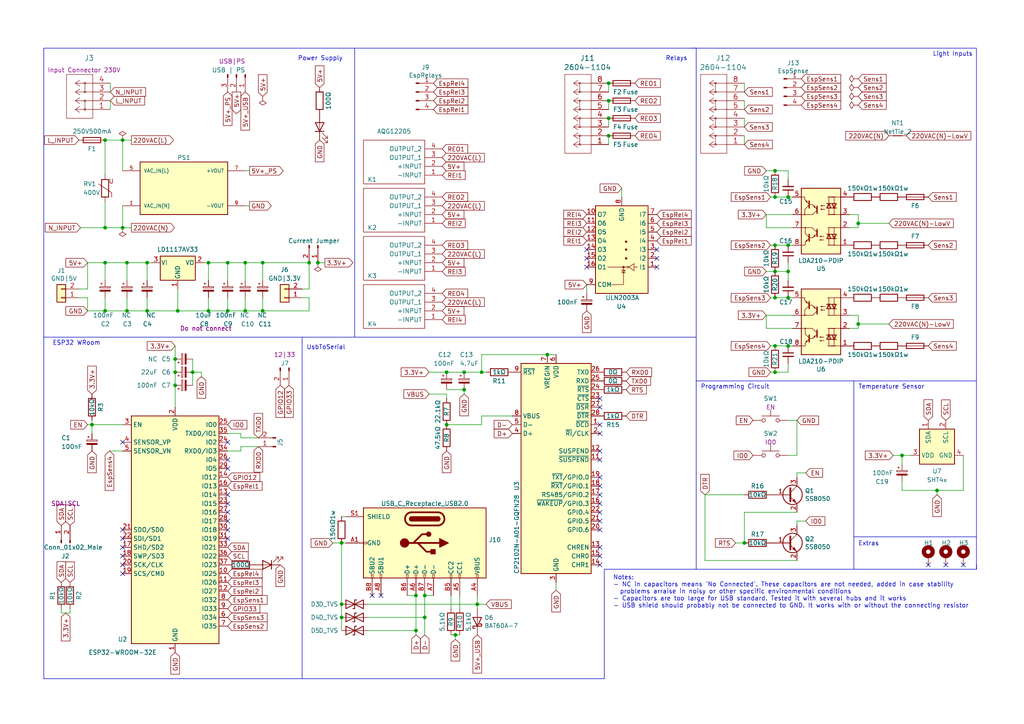
<source format=kicad_sch>
(kicad_sch (version 20230121) (generator eeschema)
  (paper "A4")
  (title_block (title "Home Assistant module for lights control") (date "2022-09-18") (rev "20220918.20"))
  (junction (at 224.79 78.74))
  (junction (at 228.6 57.15))
  (junction (at 26.67 123.19))
  (junction (at 224.79 49.53))
  (junction (at 228.6 78.74))
  (junction (at 55.88 107.95))
  (junction (at 99.06 157.48))
  (junction (at 99.06 175.26))
  (junction (at 224.79 71.12))
  (junction (at 30.48 76.2))
  (junction (at 248.92 93.98))
  (junction (at 248.92 64.77))
  (junction (at 60.452 90.17))
  (junction (at 36.83 90.17))
  (junction (at 134.62 107.95))
  (junction (at 176.53 29.21))
  (junction (at 134.62 113.03))
  (junction (at 51.562 90.17))
  (junction (at 139.7 107.95))
  (junction (at 138.43 175.26))
  (junction (at 50.8 111.76))
  (junction (at 30.48 66.04))
  (junction (at 50.8 104.14))
  (junction (at 271.78 142.24))
  (junction (at 92.202 76.2))
  (junction (at 60.452 76.2))
  (junction (at 36.83 76.2))
  (junction (at 71.12 76.2))
  (junction (at 123.19 179.07))
  (junction (at 123.19 172.72))
  (junction (at 66.04 90.17))
  (junction (at 224.79 100.33))
  (junction (at 158.75 102.87))
  (junction (at 176.53 34.29))
  (junction (at 99.06 179.07))
  (junction (at 176.53 24.13))
  (junction (at 71.12 90.17))
  (junction (at 35.56 66.04))
  (junction (at 176.53 39.37))
  (junction (at 224.79 57.15))
  (junction (at 224.79 86.36))
  (junction (at 132.08 184.15))
  (junction (at 35.56 40.64))
  (junction (at 129.54 107.95))
  (junction (at 129.54 123.19))
  (junction (at 224.79 107.95))
  (junction (at 30.48 90.17))
  (junction (at 120.65 182.88))
  (junction (at 76.2 76.2))
  (junction (at 261.62 132.08))
  (junction (at 228.6 71.12))
  (junction (at 42.672 76.2))
  (junction (at 89.662 76.2))
  (junction (at 42.672 90.17))
  (junction (at 66.04 76.2))
  (junction (at 30.48 40.64))
  (junction (at 228.6 100.33))
  (junction (at 120.65 172.72))
  (junction (at 228.6 86.36))
  (junction (at 76.2 90.17))
  (junction (at 215.9 157.48))
  (junction (at 50.8 107.95))
  (no_connect (at 35.56 153.67))
  (no_connect (at 66.04 148.59))
  (no_connect (at 173.99 118.11))
  (no_connect (at 35.56 161.29))
  (no_connect (at 173.99 115.57))
  (no_connect (at 173.99 163.83))
  (no_connect (at 66.04 143.51))
  (no_connect (at 170.18 74.93))
  (no_connect (at 279.4 163.83))
  (no_connect (at 173.99 148.59))
  (no_connect (at 173.99 161.29))
  (no_connect (at 173.99 138.43))
  (no_connect (at 170.18 72.39))
  (no_connect (at 66.04 133.35))
  (no_connect (at 173.99 151.13))
  (no_connect (at 35.56 156.21))
  (no_connect (at 173.99 153.67))
  (no_connect (at 66.04 146.05))
  (no_connect (at 274.32 163.83))
  (no_connect (at 173.99 123.19))
  (no_connect (at 173.99 146.05))
  (no_connect (at 170.18 77.47))
  (no_connect (at 35.56 163.83))
  (no_connect (at 173.99 143.51))
  (no_connect (at 35.56 166.37))
  (no_connect (at 35.56 158.75))
  (no_connect (at 173.99 125.73))
  (no_connect (at 66.04 151.13))
  (no_connect (at 173.99 158.75))
  (no_connect (at 173.99 140.97))
  (no_connect (at 190.5 77.47))
  (no_connect (at 66.04 135.89))
  (no_connect (at 190.5 72.39))
  (no_connect (at 35.56 128.27))
  (no_connect (at 173.99 133.35))
  (no_connect (at 269.24 163.83))
  (no_connect (at 66.04 153.67))
  (no_connect (at 66.04 128.27))
  (no_connect (at 107.95 172.72))
  (no_connect (at 110.49 172.72))
  (no_connect (at 173.99 130.81))
  (no_connect (at 66.04 156.21))
  (no_connect (at 190.5 74.93))
  (wire (pts (xy 231.14 121.92) (xy 231.14 132.08)))
  (wire (pts (xy 139.7 107.95) (xy 140.97 107.95)))
  (wire (pts (xy 55.88 107.95) (xy 55.88 111.76)))
  (wire (pts (xy 261.62 132.08) (xy 264.16 132.08)))
  (wire (pts (xy 259.08 132.08) (xy 261.62 132.08)))
  (wire (pts (xy 106.68 179.07) (xy 123.19 179.07)))
  (wire (pts (xy 279.4 132.08) (xy 279.4 142.24)))
  (wire (pts (xy 74.93 129.54) (xy 69.85 129.54)))
  (wire (pts (xy 233.68 151.13) (xy 231.14 151.13)))
  (wire (pts (xy 224.79 71.12) (xy 228.6 71.12)))
  (wire (pts (xy 66.04 86.36) (xy 66.04 90.17)))
  (wire (pts (xy 25.4 83.82) (xy 22.86 83.82)))
  (wire (pts (xy 25.4 76.2) (xy 25.4 83.82)))
  (wire (pts (xy 215.9 39.37) (xy 215.9 41.91)))
  (wire (pts (xy 248.92 93.98) (xy 248.92 95.25)))
  (wire (pts (xy 30.48 40.64) (xy 35.56 40.64)))
  (wire (pts (xy 228.6 132.08) (xy 231.14 132.08)))
  (wire (pts (xy 66.04 76.2) (xy 71.12 76.2)))
  (wire (pts (xy 32.004 31.75) (xy 32.004 29.21)))
  (wire (pts (xy 228.6 86.36) (xy 229.87 86.36)))
  (wire (pts (xy 26.67 123.19) (xy 26.67 125.73)))
  (polyline (pts (xy 283.21 13.97) (xy 283.21 104.14)))
  (wire (pts (xy 30.48 50.8) (xy 30.48 40.64)))
  (wire (pts (xy 161.29 168.91) (xy 161.29 171.196)))
  (wire (pts (xy 224.79 49.53) (xy 228.6 49.53)))
  (wire (pts (xy 118.11 172.72) (xy 120.65 172.72)))
  (wire (pts (xy 60.452 76.2) (xy 66.04 76.2)))
  (wire (pts (xy 106.68 175.26) (xy 138.43 175.26)))
  (wire (pts (xy 36.83 90.17) (xy 42.672 90.17)))
  (wire (pts (xy 66.04 125.73) (xy 69.85 125.73)))
  (wire (pts (xy 132.08 184.15) (xy 133.35 184.15)))
  (wire (pts (xy 248.92 64.77) (xy 257.81 64.77)))
  (wire (pts (xy 25.4 90.17) (xy 30.48 90.17)))
  (polyline (pts (xy 247.65 110.49) (xy 247.65 165.1)))
  (wire (pts (xy 36.83 76.2) (xy 36.83 81.28)))
  (wire (pts (xy 223.52 57.15) (xy 224.79 57.15)))
  (polyline (pts (xy 87.63 97.79) (xy 87.63 196.85)))
  (wire (pts (xy 124.46 114.3) (xy 129.54 114.3)))
  (wire (pts (xy 261.62 142.24) (xy 271.78 142.24)))
  (polyline (pts (xy 283.21 165.1) (xy 283.21 163.83)))
  (wire (pts (xy 96.52 157.48) (xy 99.06 157.48)))
  (wire (pts (xy 30.48 58.42) (xy 30.48 66.04)))
  (wire (pts (xy 224.79 78.74) (xy 228.6 78.74)))
  (wire (pts (xy 228.6 107.95) (xy 224.79 107.95)))
  (wire (pts (xy 228.6 76.2) (xy 228.6 78.74)))
  (wire (pts (xy 123.19 172.72) (xy 125.73 172.72)))
  (wire (pts (xy 99.06 149.86) (xy 100.33 149.86)))
  (wire (pts (xy 120.65 172.72) (xy 120.65 182.88)))
  (wire (pts (xy 248.92 62.23) (xy 248.92 64.77)))
  (polyline (pts (xy 201.93 165.1) (xy 201.93 13.97)))
  (wire (pts (xy 233.68 137.16) (xy 231.14 137.16)))
  (wire (pts (xy 223.52 107.95) (xy 224.79 107.95)))
  (wire (pts (xy 26.67 123.19) (xy 35.56 123.19)))
  (polyline (pts (xy 201.93 110.49) (xy 283.21 110.49)))
  (polyline (pts (xy 247.65 155.702) (xy 283.21 155.702)))
  (wire (pts (xy 132.08 184.15) (xy 132.08 185.42)))
  (wire (pts (xy 25.4 123.19) (xy 26.67 123.19)))
  (wire (pts (xy 71.12 76.2) (xy 71.12 81.28)))
  (wire (pts (xy 50.8 104.14) (xy 50.8 107.95)))
  (wire (pts (xy 25.4 86.36) (xy 25.4 90.17)))
  (wire (pts (xy 271.78 142.24) (xy 271.78 143.51)))
  (wire (pts (xy 30.48 90.17) (xy 36.83 90.17)))
  (wire (pts (xy 279.4 142.24) (xy 271.78 142.24)))
  (wire (pts (xy 129.54 123.19) (xy 139.7 123.19)))
  (wire (pts (xy 222.25 62.23) (xy 229.87 62.23)))
  (wire (pts (xy 139.7 102.87) (xy 139.7 107.95)))
  (wire (pts (xy 261.62 139.7) (xy 261.62 142.24)))
  (wire (pts (xy 76.2 76.2) (xy 76.2 81.28)))
  (wire (pts (xy 124.46 107.95) (xy 129.54 107.95)))
  (wire (pts (xy 123.19 179.07) (xy 123.19 184.15)))
  (wire (pts (xy 76.2 90.17) (xy 89.662 90.17)))
  (polyline (pts (xy 201.93 13.97) (xy 200.66 13.97)))
  (wire (pts (xy 139.7 120.65) (xy 148.59 120.65)))
  (wire (pts (xy 35.56 40.64) (xy 35.56 49.53)))
  (wire (pts (xy 130.81 184.15) (xy 132.08 184.15)))
  (wire (pts (xy 228.6 49.53) (xy 228.6 52.07)))
  (wire (pts (xy 248.92 66.04) (xy 246.38 66.04)))
  (wire (pts (xy 215.9 24.13) (xy 215.9 26.67)))
  (wire (pts (xy 134.62 107.95) (xy 139.7 107.95)))
  (wire (pts (xy 106.68 182.88) (xy 120.65 182.88)))
  (wire (pts (xy 42.672 76.2) (xy 43.942 76.2)))
  (wire (pts (xy 89.662 86.36) (xy 89.662 90.17)))
  (wire (pts (xy 99.06 157.48) (xy 99.06 175.26)))
  (wire (pts (xy 123.19 172.72) (xy 123.19 179.07)))
  (wire (pts (xy 76.2 86.36) (xy 76.2 90.17)))
  (wire (pts (xy 224.79 57.15) (xy 228.6 57.15)))
  (wire (pts (xy 204.47 143.51) (xy 215.9 143.51)))
  (wire (pts (xy 231.14 137.16) (xy 231.14 138.43)))
  (wire (pts (xy 36.83 76.2) (xy 42.672 76.2)))
  (wire (pts (xy 134.62 114.3) (xy 134.62 113.03)))
  (wire (pts (xy 222.25 49.53) (xy 224.79 49.53)))
  (wire (pts (xy 99.06 179.07) (xy 99.06 175.26)))
  (wire (pts (xy 231.14 151.13) (xy 231.14 152.4)))
  (wire (pts (xy 176.53 34.29) (xy 176.53 36.83)))
  (wire (pts (xy 176.53 24.13) (xy 176.53 26.67)))
  (wire (pts (xy 248.92 91.44) (xy 248.92 93.98)))
  (wire (pts (xy 42.672 86.36) (xy 42.672 90.17)))
  (wire (pts (xy 228.6 105.41) (xy 228.6 107.95)))
  (wire (pts (xy 51.562 90.17) (xy 60.452 90.17)))
  (wire (pts (xy 138.43 175.26) (xy 138.43 172.72)))
  (wire (pts (xy 223.52 71.12) (xy 224.79 71.12)))
  (wire (pts (xy 30.48 76.2) (xy 36.83 76.2)))
  (wire (pts (xy 55.88 107.95) (xy 58.42 107.95)))
  (wire (pts (xy 222.25 91.44) (xy 222.25 95.25)))
  (wire (pts (xy 30.48 76.2) (xy 30.48 81.28)))
  (wire (pts (xy 69.85 127) (xy 74.93 127)))
  (wire (pts (xy 71.12 49.53) (xy 72.39 49.53)))
  (wire (pts (xy 60.452 86.36) (xy 60.452 90.17)))
  (wire (pts (xy 89.662 83.82) (xy 89.662 76.2)))
  (polyline (pts (xy 12.7 196.85) (xy 175.26 196.85)))
  (wire (pts (xy 231.14 148.59) (xy 215.9 148.59)))
  (wire (pts (xy 248.92 95.25) (xy 246.38 95.25)))
  (wire (pts (xy 215.9 148.59) (xy 215.9 157.48)))
  (wire (pts (xy 228.6 78.74) (xy 228.6 81.28)))
  (wire (pts (xy 248.92 64.77) (xy 248.92 66.04)))
  (polyline (pts (xy 12.7 97.79) (xy 201.93 97.79)))
  (wire (pts (xy 69.85 129.54) (xy 69.85 130.81)))
  (wire (pts (xy 32.004 24.13) (xy 32.004 26.67)))
  (wire (pts (xy 138.43 176.53) (xy 138.43 175.26)))
  (wire (pts (xy 222.25 66.04) (xy 229.87 66.04)))
  (wire (pts (xy 222.25 78.74) (xy 224.79 78.74)))
  (wire (pts (xy 42.672 76.2) (xy 42.672 81.28)))
  (wire (pts (xy 133.35 172.72) (xy 133.35 176.53)))
  (wire (pts (xy 71.12 90.17) (xy 76.2 90.17)))
  (wire (pts (xy 257.81 93.98) (xy 248.92 93.98)))
  (wire (pts (xy 25.4 76.2) (xy 30.48 76.2)))
  (wire (pts (xy 170.18 82.55) (xy 170.18 85.09)))
  (wire (pts (xy 215.9 29.21) (xy 215.9 31.75)))
  (wire (pts (xy 31.75 130.81) (xy 35.56 130.81)))
  (wire (pts (xy 36.83 86.36) (xy 36.83 90.17)))
  (wire (pts (xy 42.672 90.17) (xy 51.562 90.17)))
  (wire (pts (xy 261.62 132.08) (xy 261.62 134.62)))
  (wire (pts (xy 66.04 90.17) (xy 71.12 90.17)))
  (wire (pts (xy 99.06 182.88) (xy 99.06 179.07)))
  (wire (pts (xy 87.63 86.36) (xy 89.662 86.36)))
  (wire (pts (xy 50.8 111.76) (xy 50.8 118.11)))
  (wire (pts (xy 158.75 102.87) (xy 139.7 102.87)))
  (polyline (pts (xy 12.7 13.97) (xy 12.7 196.85)))
  (wire (pts (xy 129.54 113.03) (xy 134.62 113.03)))
  (polyline (pts (xy 102.87 13.97) (xy 102.87 97.79)))
  (wire (pts (xy 222.25 91.44) (xy 229.87 91.44)))
  (wire (pts (xy 228.6 121.92) (xy 231.14 121.92)))
  (wire (pts (xy 69.85 130.81) (xy 66.04 130.81)))
  (wire (pts (xy 158.75 102.87) (xy 161.29 102.87)))
  (wire (pts (xy 228.6 100.33) (xy 229.87 100.33)))
  (wire (pts (xy 92.202 76.2) (xy 94.234 76.2)))
  (polyline (pts (xy 175.26 196.85) (xy 175.26 165.1)))
  (wire (pts (xy 35.56 40.64) (xy 38.1 40.64)))
  (wire (pts (xy 76.2 76.2) (xy 89.662 76.2)))
  (wire (pts (xy 17.78 177.8) (xy 20.32 177.8)))
  (wire (pts (xy 138.43 175.26) (xy 140.97 175.26)))
  (wire (pts (xy 223.52 86.36) (xy 224.79 86.36)))
  (wire (pts (xy 60.452 90.17) (xy 66.04 90.17)))
  (wire (pts (xy 17.78 176.53) (xy 17.78 177.8)))
  (wire (pts (xy 204.47 162.56) (xy 231.14 162.56)))
  (wire (pts (xy 71.12 86.36) (xy 71.12 90.17)))
  (wire (pts (xy 228.6 57.15) (xy 229.87 57.15)))
  (wire (pts (xy 60.452 76.2) (xy 60.452 81.28)))
  (polyline (pts (xy 283.21 104.14) (xy 283.21 165.1)))
  (wire (pts (xy 129.54 114.3) (xy 129.54 115.57)))
  (wire (pts (xy 50.8 107.95) (xy 50.8 111.76)))
  (wire (pts (xy 23.368 66.04) (xy 30.48 66.04)))
  (wire (pts (xy 35.56 66.04) (xy 38.1 66.04)))
  (wire (pts (xy 69.85 125.73) (xy 69.85 127)))
  (wire (pts (xy 26.67 121.92) (xy 26.67 123.19)))
  (wire (pts (xy 51.562 83.82) (xy 51.562 90.17)))
  (wire (pts (xy 176.53 39.37) (xy 176.53 41.91)))
  (wire (pts (xy 180.34 54.61) (xy 180.34 57.15)))
  (wire (pts (xy 129.54 107.95) (xy 134.62 107.95)))
  (wire (pts (xy 204.47 143.51) (xy 204.47 162.56)))
  (wire (pts (xy 71.12 59.69) (xy 72.39 59.69)))
  (wire (pts (xy 58.42 107.95) (xy 58.42 109.22)))
  (wire (pts (xy 224.79 86.36) (xy 228.6 86.36)))
  (wire (pts (xy 35.56 66.04) (xy 35.56 59.69)))
  (wire (pts (xy 50.8 100.33) (xy 50.8 104.14)))
  (wire (pts (xy 222.25 95.25) (xy 229.87 95.25)))
  (wire (pts (xy 55.88 104.14) (xy 55.88 107.95)))
  (wire (pts (xy 246.38 62.23) (xy 248.92 62.23)))
  (wire (pts (xy 66.04 76.2) (xy 66.04 81.28)))
  (wire (pts (xy 20.32 177.8) (xy 20.32 176.53)))
  (wire (pts (xy 87.63 83.82) (xy 89.662 83.82)))
  (wire (pts (xy 222.25 62.23) (xy 222.25 66.04)))
  (wire (pts (xy 120.65 182.88) (xy 120.65 184.15)))
  (wire (pts (xy 224.79 100.33) (xy 228.6 100.33)))
  (wire (pts (xy 213.36 157.48) (xy 215.9 157.48)))
  (wire (pts (xy 215.9 34.29) (xy 215.9 36.83)))
  (wire (pts (xy 71.12 76.2) (xy 76.2 76.2)))
  (wire (pts (xy 30.48 86.36) (xy 30.48 90.17)))
  (wire (pts (xy 228.6 71.12) (xy 229.87 71.12)))
  (polyline (pts (xy 12.7 13.97) (xy 283.21 13.97)))
  (wire (pts (xy 30.48 66.04) (xy 35.56 66.04)))
  (wire (pts (xy 176.53 29.21) (xy 176.53 31.75)))
  (wire (pts (xy 246.38 91.44) (xy 248.92 91.44)))
  (wire (pts (xy 99.06 157.48) (xy 100.33 157.48)))
  (wire (pts (xy 139.7 123.19) (xy 139.7 120.65)))
  (wire (pts (xy 60.452 76.2) (xy 59.182 76.2)))
  (wire (pts (xy 130.81 172.72) (xy 130.81 176.53)))
  (wire (pts (xy 22.86 86.36) (xy 25.4 86.36)))
  (wire (pts (xy 223.52 100.33) (xy 224.79 100.33)))
  (polyline (pts (xy 175.26 165.1) (xy 283.21 165.1)))
  (text "Programming Circuit" (at 203.2 113.03 0) (effects (font (size 1.27 1.27)) (justify left bottom)))
  (text "UsbToSerial" (at 88.9 101.6 0) (effects (font (size 1.27 1.27)) (justify left bottom)))
  (text "Relays" (at 193.04 17.78 0) (effects (font (size 1.27 1.27)) (justify left bottom)))
  (text "Temperature Sensor" (at 248.92 113.03 0) (effects (font (size 1.27 1.27)) (justify left bottom)))
  (text "Power Supply" (at 86.36 17.78 0) (effects (font (size 1.27 1.27)) (justify left bottom)))
  (text "Extras" (at 248.92 158.496 0) (effects (font (size 1.27 1.27)) (justify left bottom)))
  (text "ESP32 WRoom" (at 15.24 100.33 0) (effects (font (size 1.27 1.27)) (justify left bottom)))
  (text "Notes:\n- NC in capacitors means 'No Connected'. These capacitors are not needed, added in case stability \n  problems arraise in noisy or other specific environmental conditions\n- Capacitors are too large for USB standard. Tested it with several hubs and it works\n- USB shield should probably not be connected to GND. It works with or without the connecting resistor" (at 177.8 176.53 0) (effects (font (size 1.27 1.27)) (justify left bottom)))
  (text "Light Inputs" (at 270.51 16.51 0) (effects (font (size 1.27 1.27)) (justify left bottom)))
  (global_label "3.3V+" (shape input) (at 26.67 114.3 90) (property "Intersheetrefs" "${INTERSHEET_REFS}" (effects hide)))
  (global_label "GPIO12" (shape input) (at 66.04 138.43 0) (property "Intersheetrefs" "${INTERSHEET_REFS}" (effects hide)))
  (global_label "EspRel2" (shape input) (at 125.73 29.21 0) (property "Intersheetrefs" "${INTERSHEET_REFS}" (effects hide)))
  (global_label "REI1" (shape input) (at 170.18 69.85 180) (property "Intersheetrefs" "${INTERSHEET_REFS}" (effects hide)))
  (global_label "GND" (shape input) (at 223.52 107.95 180) (property "Intersheetrefs" "${INTERSHEET_REFS}" (effects hide)))
  (global_label "220VAC(L)" (shape output) (at 38.1 40.64 0) (property "Intersheetrefs" "${INTERSHEET_REFS}" (effects hide)))
  (global_label "EN" (shape input) (at 25.4 123.19 180) (property "Intersheetrefs" "${INTERSHEET_REFS}" (effects hide)))
  (global_label "5V+" (shape input) (at 128.27 62.23 0) (property "Intersheetrefs" "${INTERSHEET_REFS}" (effects hide)))
  (global_label "EN" (shape input) (at 233.68 137.16 0) (property "Intersheetrefs" "${INTERSHEET_REFS}" (effects hide)))
  (global_label "220VAC(L)" (shape input) (at 128.27 87.63 0) (property "Intersheetrefs" "${INTERSHEET_REFS}" (effects hide)))
  (global_label "Sens4" (shape input) (at 248.92 30.48 0) (property "Intersheetrefs" "${INTERSHEET_REFS}" (effects hide)))
  (global_label "EspSens3" (shape input) (at 223.52 86.36 180) (property "Intersheetrefs" "${INTERSHEET_REFS}" (effects hide)))
  (global_label "5V+" (shape input) (at 128.27 90.17 0) (property "Intersheetrefs" "${INTERSHEET_REFS}" (effects hide)))
  (global_label "REO1" (shape input) (at 184.15 24.13 0) (property "Intersheetrefs" "${INTERSHEET_REFS}" (effects hide)))
  (global_label "SDA" (shape input) (at 17.78 152.4 90) (property "Intersheetrefs" "${INTERSHEET_REFS}" (effects hide)))
  (global_label "RXD0" (shape input) (at 74.93 129.54 270) (property "Intersheetrefs" "${INTERSHEET_REFS}" (effects hide)))
  (global_label "GND" (shape input) (at 26.67 130.81 270) (property "Intersheetrefs" "${INTERSHEET_REFS}" (effects hide)))
  (global_label "5V+_PS" (shape output) (at 72.39 49.53 0) (property "Intersheetrefs" "${INTERSHEET_REFS}" (effects hide)))
  (global_label "REO4" (shape input) (at 128.27 85.09 0) (property "Intersheetrefs" "${INTERSHEET_REFS}" (effects hide)))
  (global_label "GND" (shape input) (at 271.78 143.51 270) (property "Intersheetrefs" "${INTERSHEET_REFS}" (effects hide)))
  (global_label "220VAC(N)-LowV" (shape input) (at 257.81 93.98 0) (property "Intersheetrefs" "${INTERSHEET_REFS}" (effects hide)))
  (global_label "RXD0" (shape input) (at 181.61 107.95 0) (property "Intersheetrefs" "${INTERSHEET_REFS}" (effects hide)))
  (global_label "REI2" (shape input) (at 170.18 67.31 180) (property "Intersheetrefs" "${INTERSHEET_REFS}" (effects hide)))
  (global_label "220VAC(N)-LowV" (shape input) (at 262.89 39.37 0) (property "Intersheetrefs" "${INTERSHEET_REFS}" (effects hide)))
  (global_label "VBUS" (shape input) (at 124.46 114.3 180) (property "Intersheetrefs" "${INTERSHEET_REFS}" (effects hide)))
  (global_label "EspRel1" (shape input) (at 190.5 69.85 0) (property "Intersheetrefs" "${INTERSHEET_REFS}" (effects hide)))
  (global_label "REO2" (shape input) (at 128.27 57.15 0) (property "Intersheetrefs" "${INTERSHEET_REFS}" (effects hide)))
  (global_label "SDA" (shape input) (at 269.24 121.92 90) (property "Intersheetrefs" "${INTERSHEET_REFS}" (effects hide)))
  (global_label "SDA" (shape input) (at 17.78 168.91 90) (property "Intersheetrefs" "${INTERSHEET_REFS}" (effects hide)))
  (global_label "VBUS" (shape input) (at 140.97 175.26 0) (property "Intersheetrefs" "${INTERSHEET_REFS}" (effects hide)))
  (global_label "3.3V+" (shape input) (at 124.46 107.95 180) (property "Intersheetrefs" "${INTERSHEET_REFS}" (effects hide)))
  (global_label "SDA" (shape input) (at 66.04 158.75 0) (property "Intersheetrefs" "${INTERSHEET_REFS}" (effects hide)))
  (global_label "EspSens3" (shape input) (at 232.41 27.94 0) (property "Intersheetrefs" "${INTERSHEET_REFS}" (effects hide)))
  (global_label "D+" (shape input) (at 120.65 184.15 270) (property "Intersheetrefs" "${INTERSHEET_REFS}" (effects hide)))
  (global_label "REO1" (shape input) (at 128.27 43.18 0) (property "Intersheetrefs" "${INTERSHEET_REFS}" (effects hide)))
  (global_label "220VAC(N)" (shape input) (at 257.81 39.37 180) (property "Intersheetrefs" "${INTERSHEET_REFS}" (effects hide)))
  (global_label "EspSens1" (shape input) (at 232.41 22.86 0) (property "Intersheetrefs" "${INTERSHEET_REFS}" (effects hide)))
  (global_label "GND" (shape input) (at 231.14 121.92 0) (property "Intersheetrefs" "${INTERSHEET_REFS}" (effects hide)))
  (global_label "IO0" (shape input) (at 66.04 123.19 0) (property "Intersheetrefs" "${INTERSHEET_REFS}" (effects hide)))
  (global_label "Sens3" (shape input) (at 215.9 36.83 0) (property "Intersheetrefs" "${INTERSHEET_REFS}" (effects hide)))
  (global_label "IO0" (shape input) (at 233.68 151.13 0) (property "Intersheetrefs" "${INTERSHEET_REFS}" (effects hide)))
  (global_label "3.3V+" (shape input) (at 259.08 132.08 180) (property "Intersheetrefs" "${INTERSHEET_REFS}" (effects hide)))
  (global_label "GND" (shape input) (at 81.28 163.83 270) (property "Intersheetrefs" "${INTERSHEET_REFS}" (effects hide)))
  (global_label "Sens1" (shape input) (at 215.9 26.67 0) (property "Intersheetrefs" "${INTERSHEET_REFS}" (effects hide)))
  (global_label "EspSens2" (shape input) (at 223.52 71.12 180) (property "Intersheetrefs" "${INTERSHEET_REFS}" (effects hide)))
  (global_label "5V+" (shape input) (at 25.4 76.2 180) (property "Intersheetrefs" "${INTERSHEET_REFS}" (effects hide)))
  (global_label "220VAC(L)" (shape input) (at 128.27 45.72 0) (property "Intersheetrefs" "${INTERSHEET_REFS}" (effects hide)))
  (global_label "GPIO12" (shape input) (at 81.28 111.76 270) (property "Intersheetrefs" "${INTERSHEET_REFS}" (effects hide)))
  (global_label "D+" (shape input) (at 148.59 125.73 180) (property "Intersheetrefs" "${INTERSHEET_REFS}" (effects hide)))
  (global_label "GND" (shape input) (at 132.08 185.42 270) (property "Intersheetrefs" "${INTERSHEET_REFS}" (effects hide)))
  (global_label "GND" (shape output) (at 72.39 59.69 0) (property "Intersheetrefs" "${INTERSHEET_REFS}" (effects hide)))
  (global_label "REI3" (shape input) (at 128.27 78.74 0) (property "Intersheetrefs" "${INTERSHEET_REFS}" (effects hide)))
  (global_label "TXD0" (shape input) (at 181.61 110.49 0) (property "Intersheetrefs" "${INTERSHEET_REFS}" (effects hide)))
  (global_label "GND" (shape input) (at 25.4 90.17 180) (property "Intersheetrefs" "${INTERSHEET_REFS}" (effects hide)))
  (global_label "L_INPUT" (shape input) (at 22.86 40.64 180) (property "Intersheetrefs" "${INTERSHEET_REFS}" (effects hide)))
  (global_label "GND" (shape input) (at 134.62 114.3 270) (property "Intersheetrefs" "${INTERSHEET_REFS}" (effects hide)))
  (global_label "5V+" (shape input) (at 92.71 25.4 90) (property "Intersheetrefs" "${INTERSHEET_REFS}" (effects hide)))
  (global_label "5V+" (shape input) (at 170.18 82.55 180) (property "Intersheetrefs" "${INTERSHEET_REFS}" (effects hide)))
  (global_label "5V+_USB" (shape input) (at 138.43 184.15 270) (property "Intersheetrefs" "${INTERSHEET_REFS}" (effects hide)))
  (global_label "EspRel4" (shape input) (at 190.5 62.23 0) (property "Intersheetrefs" "${INTERSHEET_REFS}" (effects hide)))
  (global_label "5V+" (shape input) (at 128.27 76.2 0) (property "Intersheetrefs" "${INTERSHEET_REFS}" (effects hide)))
  (global_label "3.3V+" (shape input) (at 222.25 62.23 180) (property "Intersheetrefs" "${INTERSHEET_REFS}" (effects hide)))
  (global_label "EspRel3" (shape input) (at 125.73 26.67 0) (property "Intersheetrefs" "${INTERSHEET_REFS}" (effects hide)))
  (global_label "EspRel4" (shape input) (at 66.04 166.37 0) (property "Intersheetrefs" "${INTERSHEET_REFS}" (effects hide)))
  (global_label "SCL" (shape input) (at 20.32 152.4 90) (property "Intersheetrefs" "${INTERSHEET_REFS}" (effects hide)))
  (global_label "GND" (shape input) (at 222.25 78.74 180) (property "Intersheetrefs" "${INTERSHEET_REFS}" (effects hide)))
  (global_label "Sens3" (shape input) (at 269.24 86.36 0) (property "Intersheetrefs" "${INTERSHEET_REFS}" (effects hide)))
  (global_label "GND" (shape input) (at 58.42 109.22 270) (property "Intersheetrefs" "${INTERSHEET_REFS}" (effects hide)))
  (global_label "L_INPUT" (shape input) (at 32.004 29.21 0) (property "Intersheetrefs" "${INTERSHEET_REFS}" (effects hide)))
  (global_label "REO2" (shape input) (at 184.15 29.21 0) (property "Intersheetrefs" "${INTERSHEET_REFS}" (effects hide)))
  (global_label "EspRel2" (shape input) (at 190.5 67.31 0) (property "Intersheetrefs" "${INTERSHEET_REFS}" (effects hide)))
  (global_label "IO0" (shape input) (at 218.44 132.08 180) (property "Intersheetrefs" "${INTERSHEET_REFS}" (effects hide)))
  (global_label "GND" (shape input) (at 180.34 54.61 180) (property "Intersheetrefs" "${INTERSHEET_REFS}" (effects hide)))
  (global_label "EspRel1" (shape input) (at 66.04 140.97 0) (property "Intersheetrefs" "${INTERSHEET_REFS}" (effects hide)))
  (global_label "EspSens1" (shape input) (at 223.52 57.15 180) (property "Intersheetrefs" "${INTERSHEET_REFS}" (effects hide)))
  (global_label "3.3V+" (shape output) (at 94.234 76.2 0) (property "Intersheetrefs" "${INTERSHEET_REFS}" (effects hide)))
  (global_label "REI3" (shape input) (at 170.18 64.77 180) (property "Intersheetrefs" "${INTERSHEET_REFS}" (effects hide)))
  (global_label "EspSens2" (shape input) (at 232.41 25.4 0) (property "Intersheetrefs" "${INTERSHEET_REFS}" (effects hide)))
  (global_label "SCL" (shape input) (at 20.32 168.91 90) (property "Intersheetrefs" "${INTERSHEET_REFS}" (effects hide)))
  (global_label "5V+_PS" (shape input) (at 66.04 26.67 270) (property "Intersheetrefs" "${INTERSHEET_REFS}" (effects hide)))
  (global_label "Sens4" (shape input) (at 215.9 41.91 0) (property "Intersheetrefs" "${INTERSHEET_REFS}" (effects hide)))
  (global_label "3.3V+" (shape input) (at 19.05 177.8 270) (property "Intersheetrefs" "${INTERSHEET_REFS}" (effects hide)))
  (global_label "3.3V+" (shape input) (at 50.8 100.33 180) (property "Intersheetrefs" "${INTERSHEET_REFS}" (effects hide)))
  (global_label "3.3V+" (shape input) (at 222.25 91.44 180) (property "Intersheetrefs" "${INTERSHEET_REFS}" (effects hide)))
  (global_label "220VAC(L)" (shape input) (at 128.27 59.69 0) (property "Intersheetrefs" "${INTERSHEET_REFS}" (effects hide)))
  (global_label "DTR" (shape input) (at 204.47 143.51 90) (property "Intersheetrefs" "${INTERSHEET_REFS}" (effects hide)))
  (global_label "5V+" (shape input) (at 76.2 27.94 90) (property "Intersheetrefs" "${INTERSHEET_REFS}" (effects hide)))
  (global_label "GND" (shape input) (at 92.71 40.64 270) (property "Intersheetrefs" "${INTERSHEET_REFS}" (effects hide)))
  (global_label "GPIO33" (shape input) (at 66.04 176.53 0) (property "Intersheetrefs" "${INTERSHEET_REFS}" (effects hide)))
  (global_label "EspRel3" (shape input) (at 190.5 64.77 0) (property "Intersheetrefs" "${INTERSHEET_REFS}" (effects hide)))
  (global_label "Sens1" (shape input) (at 269.24 57.15 0) (property "Intersheetrefs" "${INTERSHEET_REFS}" (effects hide)))
  (global_label "EN" (shape input) (at 218.44 121.92 180) (property "Intersheetrefs" "${INTERSHEET_REFS}" (effects hide)))
  (global_label "5V+" (shape input) (at 128.27 48.26 0) (property "Intersheetrefs" "${INTERSHEET_REFS}" (effects hide)))
  (global_label "REO4" (shape input) (at 184.15 39.37 0) (property "Intersheetrefs" "${INTERSHEET_REFS}" (effects hide)))
  (global_label "D-" (shape input) (at 148.59 123.19 180) (property "Intersheetrefs" "${INTERSHEET_REFS}" (effects hide)))
  (global_label "EspSens3" (shape input) (at 66.04 179.07 0) (property "Intersheetrefs" "${INTERSHEET_REFS}" (effects hide)))
  (global_label "REO3" (shape input) (at 184.15 34.29 0) (property "Intersheetrefs" "${INTERSHEET_REFS}" (effects hide)))
  (global_label "REI1" (shape input) (at 128.27 50.8 0) (property "Intersheetrefs" "${INTERSHEET_REFS}" (effects hide)))
  (global_label "5V+" (shape output) (at 68.58 26.67 270) (property "Intersheetrefs" "${INTERSHEET_REFS}" (effects hide)))
  (global_label "GND" (shape input) (at 222.25 49.53 180) (property "Intersheetrefs" "${INTERSHEET_REFS}" (effects hide)))
  (global_label "TXD0" (shape input) (at 74.93 127 90) (property "Intersheetrefs" "${INTERSHEET_REFS}" (effects hide)))
  (global_label "220VAC(N)" (shape output) (at 38.1 66.04 0) (property "Intersheetrefs" "${INTERSHEET_REFS}" (effects hide)))
  (global_label "RTS" (shape input) (at 181.61 113.03 0) (property "Intersheetrefs" "${INTERSHEET_REFS}" (effects hide)))
  (global_label "Sens2" (shape input) (at 215.9 31.75 0) (property "Intersheetrefs" "${INTERSHEET_REFS}" (effects hide)))
  (global_label "EspSens4" (shape input) (at 232.41 30.48 0) (property "Intersheetrefs" "${INTERSHEET_REFS}" (effects hide)))
  (global_label "Sens2" (shape input) (at 248.92 25.4 0) (property "Intersheetrefs" "${INTERSHEET_REFS}" (effects hide)))
  (global_label "D-" (shape input) (at 123.19 184.15 270) (property "Intersheetrefs" "${INTERSHEET_REFS}" (effects hide)))
  (global_label "Sens4" (shape input) (at 269.24 100.33 0) (property "Intersheetrefs" "${INTERSHEET_REFS}" (effects hide)))
  (global_label "N_INPUT" (shape input) (at 32.004 26.67 0) (property "Intersheetrefs" "${INTERSHEET_REFS}" (effects hide)))
  (global_label "GND" (shape input) (at 96.52 157.48 180) (property "Intersheetrefs" "${INTERSHEET_REFS}" (effects hide)))
  (global_label "REI2" (shape input) (at 128.27 64.77 0) (property "Intersheetrefs" "${INTERSHEET_REFS}" (effects hide)))
  (global_label "SCL" (shape input) (at 66.04 161.29 0) (property "Intersheetrefs" "${INTERSHEET_REFS}" (effects hide)))
  (global_label "REI4" (shape input) (at 170.18 62.23 180) (property "Intersheetrefs" "${INTERSHEET_REFS}" (effects hide)))
  (global_label "EspRel1" (shape input) (at 125.73 31.75 0) (property "Intersheetrefs" "${INTERSHEET_REFS}" (effects hide)))
  (global_label "GND" (shape input) (at 129.54 130.81 270) (property "Intersheetrefs" "${INTERSHEET_REFS}" (effects hide)))
  (global_label "GND" (shape input) (at 50.8 189.23 270) (property "Intersheetrefs" "${INTERSHEET_REFS}" (effects hide)))
  (global_label "5V+_USB" (shape input) (at 71.12 26.67 270) (property "Intersheetrefs" "${INTERSHEET_REFS}" (effects hide)))
  (global_label "EspRel2" (shape input) (at 66.04 171.45 0) (property "Intersheetrefs" "${INTERSHEET_REFS}" (effects hide)))
  (global_label "Sens3" (shape input) (at 248.92 27.94 0) (property "Intersheetrefs" "${INTERSHEET_REFS}" (effects hide)))
  (global_label "DTR" (shape input) (at 181.61 120.65 0) (property "Intersheetrefs" "${INTERSHEET_REFS}" (effects hide)))
  (global_label "GND" (shape input) (at 161.29 171.196 270) (property "Intersheetrefs" "${INTERSHEET_REFS}" (effects hide)))
  (global_label "220VAC(N)-LowV" (shape input) (at 257.81 64.77 0) (property "Intersheetrefs" "${INTERSHEET_REFS}" (effects hide)))
  (global_label "220VAC(L)" (shape input) (at 128.27 73.66 0) (property "Intersheetrefs" "${INTERSHEET_REFS}" (effects hide)))
  (global_label "EspSens4" (shape input) (at 31.75 130.81 270) (property "Intersheetrefs" "${INTERSHEET_REFS}" (effects hide)))
  (global_label "EspSens2" (shape input) (at 66.04 181.61 0) (property "Intersheetrefs" "${INTERSHEET_REFS}" (effects hide)))
  (global_label "N_INPUT" (shape input) (at 23.368 66.04 180) (property "Intersheetrefs" "${INTERSHEET_REFS}" (effects hide)))
  (global_label "EspRel3" (shape input) (at 66.04 168.91 0) (property "Intersheetrefs" "${INTERSHEET_REFS}" (effects hide)))
  (global_label "REI4" (shape input) (at 128.27 92.71 0) (property "Intersheetrefs" "${INTERSHEET_REFS}" (effects hide)))
  (global_label "GND" (shape input) (at 170.18 90.17 270) (property "Intersheetrefs" "${INTERSHEET_REFS}" (effects hide)))
  (global_label "EspSens1" (shape input) (at 66.04 173.99 0) (property "Intersheetrefs" "${INTERSHEET_REFS}" (effects hide)))
  (global_label "Sens2" (shape input) (at 269.24 71.12 0) (property "Intersheetrefs" "${INTERSHEET_REFS}" (effects hide)))
  (global_label "SCL" (shape input) (at 274.32 121.92 90) (property "Intersheetrefs" "${INTERSHEET_REFS}" (effects hide)))
  (global_label "RTS" (shape input) (at 213.36 157.48 180) (property "Intersheetrefs" "${INTERSHEET_REFS}" (effects hide)))
  (global_label "EspRel4" (shape input) (at 125.73 24.13 0) (property "Intersheetrefs" "${INTERSHEET_REFS}" (effects hide)))
  (global_label "REO3" (shape input) (at 128.27 71.12 0) (property "Intersheetrefs" "${INTERSHEET_REFS}" (effects hide)))
  (global_label "EspSens4" (shape input) (at 223.52 100.33 180) (property "Intersheetrefs" "${INTERSHEET_REFS}" (effects hide)))
  (global_label "GPIO33" (shape input) (at 83.82 111.76 270) (property "Intersheetrefs" "${INTERSHEET_REFS}" (effects hide)))
  (global_label "Sens1" (shape input) (at 248.92 22.86 0) (property "Intersheetrefs" "${INTERSHEET_REFS}" (effects hide)))
  (symbol (lib_id "power:PWR_FLAG") (at 248.92 30.48 90) (unit 1)
    (property "Reference" "#FLG08" (effects hide))
    (property "Value" "PWR_FLAG" (effects hide))
  )
  (symbol (lib_id "Device:R") (at 250.19 71.12 270) (unit 1)
    (property "Reference" "R23" (effects hide))
    (property "Value" "150kΩ1w" (at 250.19 73.66 90))
    (property "Footprint" "Resistor_SMD:R_2512_6332Metric_Pad1.40x3.35mm_HandSolder" (effects hide))
    (property "JLCPCB" "C25719" (effects hide))
  )
  (symbol (lib_id "power:PWR_FLAG") (at 248.92 27.94 90) (unit 1)
    (property "Reference" "#FLG07" (effects hide))
    (property "Value" "PWR_FLAG" (effects hide))
  )
  (symbol (lib_id "power:PWR_FLAG") (at 248.92 25.4 90) (unit 1)
    (property "Reference" "#FLG06" (effects hide))
    (property "Value" "PWR_FLAG" (effects hide))
  )
  (symbol (lib_id "power:PWR_FLAG") (at 248.92 22.86 90) (unit 1)
    (property "Reference" "#FLG05" (effects hide))
    (property "Value" "PWR_FLAG" (effects hide))
  )
  (symbol (lib_id "Transistor_Array:ULN2003A") (at 180.34 72.39 180) (unit 1)
    (property "Reference" "U4" (at 181.61 88.9 0) (effects (justify left)))
    (property "Value" "ULN2003A" (at 185.42 86.36 0) (effects (justify left)))
    (property "Footprint" "Package_SO:SOIC-16_3.9x9.9mm_P1.27mm" (effects hide))
    (property "Datasheet" "http://www.ti.com/lit/ds/symlink/uln2003a.pdf" (effects hide))
    (property "JLCPCB" "C7512" (effects hide))
  )
  (symbol (lib_id "Device:R") (at 250.19 57.15 270) (unit 1)
    (property "Reference" "R22" (effects hide))
    (property "Value" "150kΩ1w" (at 250.19 54.61 90))
    (property "Footprint" "Resistor_SMD:R_2512_6332Metric_Pad1.40x3.35mm_HandSolder" (effects hide))
    (property "JLCPCB" "C25719" (effects hide))
  )
  (symbol (lib_id "Device:Fuse") (at 26.67 40.64 90) (unit 1)
    (property "Reference" "F1" (at 26.67 43.18 90))
    (property "Value" "250V500mA" (at 26.67 38.1 90))
    (property "Footprint" "Fuse:Fuseholder_TR5_Littelfuse_No560_No460" (effects hide))
  )
  (symbol (lib_id "Device:Varistor") (at 30.48 54.61 180) (unit 1)
    (property "Reference" "RV1" (at 24.13 53.34 0) (effects (justify right)))
    (property "Value" "400V" (at 24.13 55.88 0) (effects (justify right)))
    (property "Footprint" "Varistor:RV_Disc_D12mm_W4.2mm_P7.5mm" (effects hide))
  )
  (symbol (lib_id "Regulator_Linear:LD1117S33TR_SOT223") (at 51.562 76.2 0) (unit 1)
    (property "Reference" "U1" (effects hide))
    (property "Value" "LD1117AV33" (at 51.562 72.3646 0))
    (property "Footprint" "Package_TO_SOT_THT:TO-220-3_Vertical" (effects hide))
    (property "Datasheet" "http://www.st.com/st-web-ui/static/active/en/resource/technical/document/datasheet/CD00000544.pdf" (effects hide))
  )
  (symbol (lib_id "Connector_Generic:Conn_01x02") (at 17.78 86.36 180) (unit 1)
    (property "Reference" "J1" (at 17.78 78.486 0))
    (property "Value" "GND|5V" (at 18.542 80.772 0))
    (property "Footprint" "Connector_JST:JST_XH_B2B-XH-A_1x02_P2.50mm_Vertical" (effects hide))
  )
  (symbol (lib_id "RAC05-05SK_277:RAC05-05SK{slash}277") (at 53.34 54.61 0) (unit 1)
    (property "Reference" "PS1" (at 53.34 45.72 0))
    (property "Value" "RAC05-05SK/277" (effects hide))
    (property "Footprint" "rac05-05sk:277" (effects hide))
    (property "STANDARD" "Manufacturer Recommendations" (effects hide))
    (property "MAXIMUM_PACKAGE_HEIGHT" "21.8mm" (effects hide))
    (property "MANUFACTURER" "RECOM" (effects hide))
    (property "PARTREV" "N/A" (effects hide))
  )
  (symbol (lib_id "Device:C_Polarized_Small") (at 60.452 83.82 0) (unit 1)
    (property "Reference" "C8" (at 57.912 93.98 0) (effects (justify left)))
    (property "Value" "10uF" (at 56.642 91.44 0) (effects (justify left)))
    (property "Footprint" "Capacitor_THT:CP_Radial_D6.3mm_P2.50mm" (effects hide))
    (property "Field4" "Do not connect" (at 59.69 95.25 0))
  )
  (symbol (lib_id "Connector_Generic:Conn_01x02") (at 82.55 86.36 180) (unit 1)
    (property "Reference" "J6" (at 82.55 78.232 0))
    (property "Value" "GND|3.3V" (at 82.55 80.772 0))
    (property "Footprint" "Connector_JST:JST_XH_B2B-XH-A_1x02_P2.50mm_Vertical" (effects hide))
  )
  (symbol (lib_id "Connector:Conn_01x02_Male") (at 92.202 71.12 270) (unit 1)
    (property "Reference" "J8" (effects hide))
    (property "Value" "Current Jumper" (at 98.552 69.85 90) (effects (justify right)))
    (property "Footprint" "Connector_PinHeader_2.54mm:PinHeader_1x02_P2.54mm_Vertical" (effects hide))
  )
  (symbol (lib_id "Device:R") (at 257.81 71.12 270) (unit 1)
    (property "Reference" "R27" (effects hide))
    (property "Value" "150kΩ1w" (at 259.08 73.66 90))
    (property "Footprint" "Resistor_SMD:R_2512_6332Metric_Pad1.40x3.35mm_HandSolder" (effects hide))
    (property "JLCPCB" "C25719" (effects hide))
  )
  (symbol (lib_id "Device:R") (at 257.81 57.15 270) (unit 1)
    (property "Reference" "R26" (effects hide))
    (property "Value" "150kΩ1w" (at 259.08 54.61 90))
    (property "Footprint" "Resistor_SMD:R_2512_6332Metric_Pad1.40x3.35mm_HandSolder" (effects hide))
    (property "JLCPCB" "C25719" (effects hide))
  )
  (symbol (lib_id "Device:C_Polarized_Small") (at 42.672 83.82 0) (unit 1)
    (property "Reference" "C4" (at 41.402 93.98 0) (effects (justify left)))
    (property "Value" "NC" (at 45.212 91.44 0) (effects (justify right)))
    (property "Footprint" "Capacitor_SMD:C_0805_2012Metric_Pad1.18x1.45mm_HandSolder" (effects hide))
    (property "Datasheet" "https://www.distrelec.ch/en/ceramic-capacitor-100nf-50vdc-0805-rnd-components-rnd-1500805b104j500nt/p/30086635?q=smd+capacitor+&pos=5&origPos=990&origPageSize=50&track=true" (effects hide))
  )
  (symbol (lib_id "Device:C_Polarized_Small") (at 170.18 87.63 0) (unit 1)
    (property "Reference" "C14" (effects hide))
    (property "Value" "100nF" (at 167.64 87.63 0) (effects (justify right)))
    (property "Footprint" "Capacitor_SMD:C_0603_1608Metric_Pad1.08x0.95mm_HandSolder" (effects hide))
    (property "Datasheet" "https://www.distrelec.ch/en/ceramic-capacitor-100nf-50vdc-0805-rnd-components-rnd-1500805b104j500nt/p/30086635?q=smd+capacitor+&pos=5&origPos=990&origPageSize=50&track=true" (effects hide))
    (property "JLCPCB" "C14663" (effects hide))
  )
  (symbol (lib_id "wago-2604-1104:2604-1104") (at 205.74 31.75 180) (unit 1)
    (property "Reference" "J12" (at 209.7532 16.8402 0) (effects (font (size 1.524 1.524))))
    (property "Value" "2604-1104" (at 209.7532 19.5326 0) (effects (font (size 1.524 1.524))))
    (property "Footprint" "wago-2604-1104:big_pads_2604-1104" (effects hide))
  )
  (symbol (lib_id "wago-2604-1104:2604-1104") (at 166.37 31.75 180) (unit 1)
    (property "Reference" "J11" (at 170.3832 16.8402 0) (effects (font (size 1.524 1.524))))
    (property "Value" "2604-1104" (at 170.3832 19.5326 0) (effects (font (size 1.524 1.524))))
    (property "Footprint" "wago-2604-1104:big_pads_2604-1104" (effects hide))
  )
  (symbol (lib_id "power:PWR_FLAG") (at 35.56 66.04 180) (unit 1)
    (property "Reference" "#FLG02" (effects hide))
    (property "Value" "PWR_FLAG" (effects hide))
  )
  (symbol (lib_id "wago-2604-1102:2604-1102") (at 21.844 26.67 180) (unit 1)
    (property "Reference" "J3" (at 25.8572 16.8402 0) (effects (font (size 1.524 1.524))))
    (property "Value" "2604-1102" (effects hide))
    (property "Footprint" "wago-2604-1102:big_pads_2604-1102" (effects hide))
    (property "Text" "Input Connector 230V" (at 24.384 20.32 0))
  )
  (symbol (lib_id "power:PWR_FLAG") (at 35.56 40.64 0) (unit 1)
    (property "Reference" "#FLG01" (effects hide))
    (property "Value" "PWR_FLAG" (effects hide))
  )
  (symbol (lib_id "power:PWR_FLAG") (at 92.202 76.2 180) (unit 1)
    (property "Reference" "#FLG04" (effects hide))
    (property "Value" "PWR_FLAG" (effects hide))
  )
  (symbol (lib_id "Device:R") (at 92.71 29.21 180) (unit 1)
    (property "Reference" "R5" (effects hide))
    (property "Value" "100Ω" (at 95.25 29.21 90))
    (property "Footprint" "Resistor_SMD:R_0805_2012Metric_Pad1.20x1.40mm_HandSolder" (effects hide))
    (property "Datasheet" "https://www.distrelec.ch/en/high-power-thick-film-smd-resistor-0805-150ohm-330mw-rnd-components-rnd-155hp05w3f1500t5e/p/30111774?q=*&pos=2&origPos=1787&origPageSize=50&track=true" (effects hide))
    (property "JLCPCB" "C17408" (effects hide))
  )
  (symbol (lib_id "Device:C_Polarized_Small") (at 66.04 83.82 0) (unit 1)
    (property "Reference" "C9" (at 64.77 93.98 0) (effects (justify left)))
    (property "Value" "100nF" (at 68.58 91.44 0) (effects (justify right)))
    (property "Footprint" "Capacitor_SMD:C_0603_1608Metric_Pad1.08x0.95mm_HandSolder" (effects hide))
    (property "Datasheet" "https://www.distrelec.ch/en/ceramic-capacitor-100nf-50vdc-0805-rnd-components-rnd-1500805b104j500nt/p/30086635?q=smd+capacitor+&pos=5&origPos=990&origPageSize=50&track=true" (effects hide))
    (property "JLCPCB" "C14663" (effects hide))
  )
  (symbol (lib_id "Device:LED") (at 92.71 36.83 90) (unit 1)
    (property "Reference" "D2" (effects hide))
    (property "Value" "LED" (effects hide))
    (property "Footprint" "LED_SMD:LED_0805_2012Metric_Pad1.15x1.40mm_HandSolder" (effects hide))
    (property "Datasheet" "https://www.distrelec.ch/en/smd-led-green-575nm-20ma-2v-140-everlight-electronics-17-21sygc-s530-e1-tr8/p/17531205?q=*&pos=9&origPos=371&origPageSize=50&track=true" (effects hide))
    (property "JLCPCB" "C2297" (effects hide))
  )
  (symbol (lib_id "Mechanical:MountingHole_Pad") (at 269.24 161.29 0) (unit 1)
    (property "Reference" "H1" (at 267.97 157.48 0) (effects (justify left)))
    (property "Value" "MountingHole_Pad" (effects hide))
    (property "Footprint" "MountingHole:MountingHole_3.2mm_M3_ISO14580_Pad" (effects hide))
  )
  (symbol (lib_id "Mechanical:MountingHole_Pad") (at 274.32 161.29 0) (unit 1)
    (property "Reference" "H2" (at 273.05 157.48 0) (effects (justify left)))
    (property "Value" "MountingHole_Pad" (effects hide))
    (property "Footprint" "MountingHole:MountingHole_3.2mm_M3_ISO14580_Pad" (effects hide))
  )
  (symbol (lib_id "Device:C_Polarized_Small") (at 129.54 110.49 0) (unit 1)
    (property "Reference" "C12" (at 127 102.87 0) (effects (justify left)))
    (property "Value" "100nF" (at 125.73 105.41 0) (effects (justify left)))
    (property "Footprint" "Capacitor_SMD:C_0603_1608Metric_Pad1.08x0.95mm_HandSolder" (effects hide))
    (property "JLCPCB" "C14663" (effects hide))
  )
  (symbol (lib_id "Device:R") (at 177.8 120.65 270) (unit 1)
    (property "Reference" "R15" (at 177.8 123.19 90))
    (property "Value" "1kΩ" (at 177.8 120.65 90))
    (property "Footprint" "Resistor_SMD:R_0603_1608Metric_Pad0.98x0.95mm_HandSolder" (effects hide))
    (property "JLCPCB" "C25585" (effects hide))
  )
  (symbol (lib_id "Device:D_TVS") (at 102.87 182.88 180) (unit 1)
    (property "Reference" "D5" (at 91.44 182.88 0))
    (property "Value" "D_TVS" (at 95.25 182.88 0))
    (property "Footprint" "Diode_SMD:D_SOD-523" (effects hide))
    (property "JLCPCB" "C383211" (effects hide))
  )
  (symbol (lib_id "Device:D_TVS") (at 102.87 179.07 180) (unit 1)
    (property "Reference" "D4" (at 91.44 179.07 0))
    (property "Value" "D_TVS" (at 95.25 179.07 0))
    (property "Footprint" "Diode_SMD:D_SOD-523" (effects hide))
    (property "JLCPCB" "C383211" (effects hide))
  )
  (symbol (lib_id "Device:D_TVS") (at 102.87 175.26 180) (unit 1)
    (property "Reference" "D3" (at 91.44 175.26 0))
    (property "Value" "D_TVS" (at 95.25 175.26 0))
    (property "Footprint" "Diode_SMD:D_SOD-523" (effects hide))
    (property "JLCPCB" "C383211" (effects hide))
  )
  (symbol (lib_id "Diode:BAT60A") (at 138.43 180.34 90) (unit 1)
    (property "Reference" "D6" (at 140.462 179.1716 90) (effects (justify right)))
    (property "Value" "BAT60A-7" (at 140.462 181.483 90) (effects (justify right)))
    (property "Footprint" "Diode_SMD:D_SOD-323" (effects hide))
    (property "Datasheet" "https://www.infineon.com/dgdl/Infineon-BAT60ASERIES-DS-v01_01-en.pdf?fileId=db3a304313d846880113def70c9304a9" (effects hide))
    (property "JLCPCB" "C124187" (effects hide))
  )
  (symbol (lib_id "Switch:SW_Push") (at 223.52 121.92 0) (unit 1)
    (property "Reference" "SW1" (at 223.52 115.57 0))
    (property "Value" "Switch" (effects hide))
    (property "Footprint" "Button_Switch_SMD:SW_SPST_SKQG_WithStem" (effects hide))
    (property "JLCPCB" "C318884" (effects hide))
    (property "Label" "EN" (at 223.52 118.11 0))
  )
  (symbol (lib_id "Switch:SW_Push") (at 223.52 132.08 0) (unit 1)
    (property "Reference" "SW2" (at 223.52 125.73 0))
    (property "Value" "Switch" (effects hide))
    (property "Footprint" "Button_Switch_SMD:SW_SPST_SKQG_WithStem" (effects hide))
    (property "JLCPCB" "C318884" (effects hide))
    (property "Label" "IO0" (at 223.52 128.27 0))
  )
  (symbol (lib_id "Device:Q_NPN_BEC") (at 228.6 143.51 0) (unit 1)
    (property "Reference" "Q1" (at 233.426 142.3416 0) (effects (justify left)))
    (property "Value" "SS8050" (at 233.426 144.653 0) (effects (justify left)))
    (property "Footprint" "Package_TO_SOT_SMD:SOT-23" (effects hide))
    (property "Datasheet" "http://www.onsemi.com/pub_link/Collateral/2N2219-D.PDF" (effects hide))
    (property "JLCPCB" "C177739" (effects hide))
  )
  (symbol (lib_id "Device:R") (at 219.71 157.48 270) (unit 1)
    (property "Reference" "R17" (at 219.71 154.94 90))
    (property "Value" "10kΩ" (at 219.71 157.48 90))
    (property "Footprint" "Resistor_SMD:R_0603_1608Metric_Pad0.98x0.95mm_HandSolder" (effects hide))
    (property "Datasheet" "0603WAF1002T5E" (effects hide))
    (property "JLCPCB" "C25804" (effects hide))
  )
  (symbol (lib_id "Device:R") (at 219.71 143.51 270) (unit 1)
    (property "Reference" "R16" (at 219.71 140.97 90))
    (property "Value" "10kΩ" (at 219.71 143.51 90))
    (property "Footprint" "Resistor_SMD:R_0603_1608Metric_Pad0.98x0.95mm_HandSolder" (effects hide))
    (property "Datasheet" "0603WAF1002T5E" (effects hide))
    (property "JLCPCB" "C25804" (effects hide))
  )
  (symbol (lib_id "Device:R") (at 26.67 118.11 180) (unit 1)
    (property "Reference" "R3" (at 29.21 118.11 90))
    (property "Value" "10kΩ" (at 26.67 118.11 90))
    (property "Footprint" "Resistor_SMD:R_0603_1608Metric_Pad0.98x0.95mm_HandSolder" (effects hide))
    (property "Datasheet" "0603WAF1002T5E" (effects hide))
    (property "JLCPCB" "C25804" (effects hide))
  )
  (symbol (lib_id "Device:C_Polarized_Small") (at 26.67 128.27 0) (unit 1)
    (property "Reference" "C1" (at 17.78 127 0) (effects (justify left)))
    (property "Value" "100nF" (at 17.78 129.54 0) (effects (justify left)))
    (property "Footprint" "Capacitor_SMD:C_0603_1608Metric_Pad1.08x0.95mm_HandSolder" (effects hide))
    (property "JLCPCB" "C14663" (effects hide))
  )
  (symbol (lib_id "Device:C_Polarized_Small") (at 53.34 104.14 90) (unit 1)
    (property "Reference" "C5" (at 49.53 104.14 90) (effects (justify left)))
    (property "Value" "NC" (at 45.72 104.14 90) (effects (justify left)))
    (property "Footprint" "Capacitor_SMD:C_0603_1608Metric_Pad1.08x0.95mm_HandSolder" (effects hide))
    (property "Datasheet" "CL10A226MQ8NRNC" (effects hide))
  )
  (symbol (lib_id "Device:C_Polarized_Small") (at 53.34 111.76 90) (unit 1)
    (property "Reference" "C7" (at 49.53 111.76 90) (effects (justify left)))
    (property "Value" "100nF" (at 45.72 111.76 90) (effects (justify left)))
    (property "Footprint" "Capacitor_SMD:C_0603_1608Metric_Pad1.08x0.95mm_HandSolder" (effects hide))
    (property "JLCPCB" "C14663" (effects hide))
  )
  (symbol (lib_id "RF_Module:ESP32-WROOM-32D") (at 50.8 153.67 0) (unit 1)
    (property "Reference" "U2" (at 35.56 185.42 0))
    (property "Value" "ESP32-WROOM-32E" (at 35.56 189.23 0))
    (property "Footprint" "RF_Module:ESP32-WROOM-32" (effects hide))
    (property "Datasheet" "https://www.espressif.com/sites/default/files/documentation/esp32-wroom-32d_esp32-wroom-32u_datasheet_en.pdf" (effects hide))
    (property "JLCPCB" "C701343" (effects hide))
  )
  (symbol (lib_id "LDA210-PDIP:LDA210-PDIP") (at 238.76 66.04 180) (unit 1)
    (property "Reference" "U5" (at 238.125 77.9018 0))
    (property "Value" "LDA210-PDIP" (at 238.125 75.5904 0))
    (property "Footprint" "Package_DIP:DIP-8_W7.62mm_Socket_LongPads" (effects hide))
    (property "Datasheet" "http://optoelectronics.liteon.com/upload/download/DS70-2001-006/S_110_LTV-355T%2020140520.pdf" (effects hide))
  )
  (symbol (lib_id "Device:C_Polarized_Small") (at 134.62 110.49 0) (unit 1)
    (property "Reference" "C13" (at 133.35 102.87 0) (effects (justify left)))
    (property "Value" "4.7uF" (at 133.35 105.41 0) (effects (justify left)))
    (property "Footprint" "Capacitor_SMD:C_0603_1608Metric_Pad1.08x0.95mm_HandSolder" (effects hide))
    (property "JLCPCB" "C19666" (effects hide))
  )
  (symbol (lib_id "Device:R") (at 129.54 127 0) (unit 1)
    (property "Reference" "R8" (at 129.54 127 90))
    (property "Value" "47.5kΩ" (at 127 127 90))
    (property "Footprint" "Resistor_SMD:R_0603_1608Metric_Pad0.98x0.95mm_HandSolder" (effects hide))
    (property "JLCPCB" "C23061" (effects hide))
  )
  (symbol (lib_id "Device:R") (at 129.54 119.38 0) (unit 1)
    (property "Reference" "R7" (at 129.54 119.38 90))
    (property "Value" "22.1kΩ" (at 127 119.38 90))
    (property "Footprint" "Resistor_SMD:R_0603_1608Metric_Pad0.98x0.95mm_HandSolder" (effects hide))
    (property "JLCPCB" "C25961" (effects hide))
  )
  (symbol (lib_id "Device:R") (at 144.78 107.95 270) (unit 1)
    (property "Reference" "R11" (at 144.78 110.49 90))
    (property "Value" "1kΩ" (at 144.78 107.95 90))
    (property "Footprint" "Resistor_SMD:R_0603_1608Metric_Pad0.98x0.95mm_HandSolder" (effects hide))
    (property "JLCPCB" "C25585" (effects hide))
  )
  (symbol (lib_id "Device:R") (at 250.19 86.36 270) (unit 1)
    (property "Reference" "R24" (effects hide))
    (property "Value" "150kΩ1w" (at 250.19 83.82 90))
    (property "Footprint" "Resistor_SMD:R_2512_6332Metric_Pad1.40x3.35mm_HandSolder" (effects hide))
    (property "JLCPCB" "C25719" (effects hide))
  )
  (symbol (lib_id "Device:R") (at 250.19 100.33 270) (unit 1)
    (property "Reference" "R25" (effects hide))
    (property "Value" "150kΩ1w" (at 250.19 102.87 90))
    (property "Footprint" "Resistor_SMD:R_2512_6332Metric_Pad1.40x3.35mm_HandSolder" (effects hide))
    (property "JLCPCB" "C25719" (effects hide))
  )
  (symbol (lib_id "Device:R") (at 257.81 100.33 270) (unit 1)
    (property "Reference" "R29" (effects hide))
    (property "Value" "150kΩ1w" (at 259.08 102.87 90))
    (property "Footprint" "Resistor_SMD:R_2512_6332Metric_Pad1.40x3.35mm_HandSolder" (effects hide))
    (property "JLCPCB" "C25719" (effects hide))
  )
  (symbol (lib_id "Device:R") (at 257.81 86.36 270) (unit 1)
    (property "Reference" "R28" (effects hide))
    (property "Value" "150kΩ1w" (at 259.08 83.82 90))
    (property "Footprint" "Resistor_SMD:R_2512_6332Metric_Pad1.40x3.35mm_HandSolder" (effects hide))
    (property "JLCPCB" "C25719" (effects hide))
  )
  (symbol (lib_id "LDA210-PDIP:LDA210-PDIP") (at 238.76 95.25 180) (unit 1)
    (property "Reference" "U6" (at 238.125 107.1118 0))
    (property "Value" "LDA210-PDIP" (at 238.125 104.8004 0))
    (property "Footprint" "Package_DIP:DIP-8_W7.62mm_Socket_LongPads" (effects hide))
    (property "Datasheet" "http://optoelectronics.liteon.com/upload/download/DS70-2001-006/S_110_LTV-355T%2020140520.pdf" (effects hide))
  )
  (symbol (lib_id "Connector:Conn_01x04_Male") (at 227.33 25.4 0) (unit 1)
    (property "Reference" "J13" (at 230.0732 18.2626 0))
    (property "Value" "EspSense" (at 230.0732 20.574 0))
    (property "Footprint" "Connector_PinSocket_2.54mm:PinSocket_1x04_P2.54mm_Vertical" (effects hide))
  )
  (symbol (lib_id "Connector:Conn_01x02_Male") (at 80.01 129.54 180) (unit 1)
    (property "Reference" "J5" (at 81.28 129.54 90) (effects (justify right)))
    (property "Value" "Conn_01x02_Male" (effects hide))
    (property "Footprint" "Connector_PinHeader_2.54mm:PinHeader_1x02_P2.54mm_Vertical" (effects hide))
    (property "Field4" "Rx | Tx" (effects hide))
  )
  (symbol (lib_id "Interface_USB:CP2102N-Axx-xQFN28") (at 161.29 135.89 0) (unit 1)
    (property "Reference" "U3" (at 149.86 140.97 90))
    (property "Value" "CP2102N-A01-GQFN28" (at 149.86 154.94 90))
    (property "Footprint" "Package_DFN_QFN:QFN-28-1EP_5x5mm_P0.5mm_EP3.35x3.35mm" (effects hide))
    (property "Datasheet" "https://www.silabs.com/documents/public/data-sheets/cp2102n-datasheet.pdf" (effects hide))
    (property "JLCPCB" "C964632" (effects hide))
  )
  (symbol (lib_id "Device:R") (at 177.8 113.03 270) (unit 1)
    (property "Reference" "R14" (effects hide))
    (property "Value" "1kΩ" (at 177.8 113.03 90))
    (property "Footprint" "Resistor_SMD:R_1206_3216Metric_Pad1.30x1.75mm_HandSolder" (effects hide))
    (property "JLCPCB" "C4410" (effects hide))
  )
  (symbol (lib_id "Device:R") (at 177.8 107.95 270) (unit 1)
    (property "Reference" "R12" (effects hide))
    (property "Value" "0Ω" (at 177.8 107.95 90))
    (property "Footprint" "Resistor_SMD:R_0805_2012Metric_Pad1.20x1.40mm_HandSolder" (effects hide))
    (property "JLCPCB" "C17477" (effects hide))
  )
  (symbol (lib_id "Device:R") (at 177.8 110.49 270) (unit 1)
    (property "Reference" "R13" (effects hide))
    (property "Value" "0Ω" (at 177.8 110.49 90))
    (property "Footprint" "Resistor_SMD:R_0805_2012Metric_Pad1.20x1.40mm_HandSolder" (effects hide))
    (property "JLCPCB" "C17477" (effects hide))
  )
  (symbol (lib_id "Connector:Conn_01x03_Male") (at 68.58 21.59 270) (unit 1)
    (property "Reference" "J4" (effects hide))
    (property "Value" "USB | PS" (at 71.12 20.32 90) (effects (justify right)))
    (property "Footprint" "Connector_PinHeader_2.54mm:PinHeader_1x03_P2.54mm_Vertical" (effects hide))
    (property "PcbText" "USB|PS" (at 67.31 17.78 90))
  )
  (symbol (lib_id "Device:C_Polarized_Small") (at 261.62 137.16 0) (unit 1)
    (property "Reference" "C19" (at 257.81 139.7 0) (effects (justify right)))
    (property "Value" "100nF" (at 259.08 137.16 0) (effects (justify right)))
    (property "Footprint" "Capacitor_SMD:C_0603_1608Metric_Pad1.08x0.95mm_HandSolder" (effects hide))
    (property "JLCPCB" "C14663" (effects hide))
  )
  (symbol (lib_id "Connector:Conn_01x02_Male") (at 83.82 106.68 270) (unit 1)
    (property "Reference" "J7" (at 83.82 105.41 90) (effects (justify right)))
    (property "Value" "Conn_01x02_Male" (effects hide))
    (property "Footprint" "Connector_PinHeader_2.54mm:PinHeader_1x02_P2.54mm_Vertical" (effects hide))
    (property "PcbText" "12|33" (at 82.55 102.87 90))
  )
  (symbol (lib_id "Device:R") (at 224.79 82.55 180) (unit 1)
    (property "Reference" "R20" (at 224.79 82.55 90))
    (property "Value" "10kΩ" (at 222.25 82.55 90))
    (property "Footprint" "Resistor_SMD:R_0603_1608Metric_Pad0.98x0.95mm_HandSolder" (effects hide))
    (property "Datasheet" "0603WAF1002T5E" (effects hide))
    (property "JLCPCB" "C25804" (effects hide))
  )
  (symbol (lib_id "Device:C_Polarized_Small") (at 53.34 107.95 90) (unit 1)
    (property "Reference" "C6" (at 49.53 107.95 90) (effects (justify left)))
    (property "Value" "22uF" (at 45.72 107.95 90) (effects (justify left)))
    (property "Footprint" "Capacitor_SMD:C_0603_1608Metric_Pad1.08x0.95mm_HandSolder" (effects hide))
    (property "Datasheet" "CL10A226MQ8NRNC" (effects hide))
    (property "JLCPCB" "C59461" (effects hide))
  )
  (symbol (lib_id "Device:C_Small") (at 228.6 83.82 180) (unit 1)
    (property "Reference" "C17" (at 229.87 87.63 0) (effects (justify left)))
    (property "Value" "22uF" (effects hide))
    (property "Footprint" "Capacitor_SMD:C_0603_1608Metric_Pad1.08x0.95mm_HandSolder" (effects hide))
    (property "JLCPCB" "C59461" (effects hide))
  )
  (symbol (lib_id "Device:Fuse") (at 265.43 57.15 90) (unit 1)
    (property "Reference" "F6" (at 265.43 59.69 90))
    (property "Value" "Fuse" (effects hide))
    (property "Footprint" "RST-80-AMMO:FUSE_RST-1-BULK" (effects hide))
  )
  (symbol (lib_id "Device:C_Polarized_Small") (at 30.48 83.82 0) (unit 1)
    (property "Reference" "C2" (at 29.21 93.98 0) (effects (justify left)))
    (property "Value" "100nF" (at 33.02 91.44 0) (effects (justify right)))
    (property "Footprint" "Capacitor_SMD:C_0603_1608Metric_Pad1.08x0.95mm_HandSolder" (effects hide))
    (property "Datasheet" "https://www.distrelec.ch/en/ceramic-capacitor-100nf-50vdc-0805-rnd-components-rnd-1500805b104j500nt/p/30086635?q=smd+capacitor+&pos=5&origPos=990&origPageSize=50&track=true" (effects hide))
    (property "JLCPCB" "C14663" (effects hide))
  )
  (symbol (lib_id "Device:R") (at 130.81 180.34 0) (unit 1)
    (property "Reference" "R9" (at 130.81 180.34 90))
    (property "Value" "5.1kΩ" (at 128.27 180.34 90))
    (property "Footprint" "Resistor_SMD:R_0603_1608Metric_Pad0.98x0.95mm_HandSolder" (effects hide))
    (property "JLCPCB" "C23186" (effects hide))
  )
  (symbol (lib_id "Device:Fuse") (at 180.34 34.29 270) (unit 1)
    (property "Reference" "F4" (at 179.07 36.83 90))
    (property "Value" "Fuse" (at 182.88 36.83 90))
    (property "Footprint" "RST-80-AMMO:FUSE_RST-1-BULK" (effects hide))
  )
  (symbol (lib_id "power:PWR_FLAG") (at 76.2 27.94 180) (unit 1)
    (property "Reference" "#FLG03" (effects hide))
    (property "Value" "PWR_FLAG" (effects hide))
  )
  (symbol (lib_id "Device:R") (at 224.79 104.14 180) (unit 1)
    (property "Reference" "R21" (at 224.79 104.14 90))
    (property "Value" "10kΩ" (at 222.25 104.14 90))
    (property "Footprint" "Resistor_SMD:R_0603_1608Metric_Pad0.98x0.95mm_HandSolder" (effects hide))
    (property "Datasheet" "0603WAF1002T5E" (effects hide))
    (property "JLCPCB" "C25804" (effects hide))
  )
  (symbol (lib_id "Device:R") (at 133.35 180.34 0) (unit 1)
    (property "Reference" "R10" (at 133.35 180.34 90))
    (property "Value" "5.1kΩ" (at 135.89 180.34 90))
    (property "Footprint" "Resistor_SMD:R_0603_1608Metric_Pad0.98x0.95mm_HandSolder" (effects hide))
    (property "JLCPCB" "C23186" (effects hide))
  )
  (symbol (lib_id "Device:C_Small") (at 228.6 73.66 180) (unit 1)
    (property "Reference" "C16" (at 229.87 69.85 0) (effects (justify left)))
    (property "Value" "22uF" (effects hide))
    (property "Footprint" "Capacitor_SMD:C_0603_1608Metric_Pad1.08x0.95mm_HandSolder" (effects hide))
    (property "JLCPCB" "C59461" (effects hide))
  )
  (symbol (lib_id "AQG12205:AQG12205") (at 128.27 92.71 180) (unit 1)
    (property "Reference" "K4" (at 107.95 93.98 0))
    (property "Value" "AQG12205" (effects hide))
    (property "Footprint" "AQG12205" (effects hide))
    (property "Datasheet" "https://www3.panasonic.biz/ac/e_download/control/relay/solid-state/catalog/semi_eng_aqg.pdf" (effects hide))
    (property "Description" "Solid State Relays - PCB Mount 1A 5V Random Non-Zero Cross" (effects hide))
    (property "Height" "13.5" (effects hide))
    (property "Manufacturer_Name" "Panasonic" (effects hide))
    (property "Manufacturer_Part_Number" "AQG12205" (effects hide))
    (property "Mouser Part Number" "769-AQG12205" (effects hide))
    (property "Mouser Price/Stock" "https://www.mouser.co.uk/ProductDetail/Panasonic-Industrial-Devices/AQG12205?qs=g5ciJ0jwZaFrZwmjjqozuQ%3D%3D" (effects hide))
  )
  (symbol (lib_id "Device:Fuse") (at 180.34 29.21 270) (unit 1)
    (property "Reference" "F3" (at 179.07 31.75 90))
    (property "Value" "Fuse" (at 182.88 31.75 90))
    (property "Footprint" "RST-80-AMMO:FUSE_RST-1-BULK" (effects hide))
  )
  (symbol (lib_id "Device:C_Small") (at 228.6 54.61 180) (unit 1)
    (property "Reference" "C15" (at 229.87 58.42 0) (effects (justify left)))
    (property "Value" "22uF" (effects hide))
    (property "Footprint" "Capacitor_SMD:C_0603_1608Metric_Pad1.08x0.95mm_HandSolder" (effects hide))
    (property "JLCPCB" "C59461" (effects hide))
  )
  (symbol (lib_id "Device:R") (at 20.32 172.72 180) (unit 1)
    (property "Reference" "R2" (at 22.86 172.72 90))
    (property "Value" "10kΩ" (at 20.32 172.72 90))
    (property "Footprint" "Resistor_SMD:R_0603_1608Metric_Pad0.98x0.95mm_HandSolder" (effects hide))
    (property "Datasheet" "0603WAF1002T5E" (effects hide))
    (property "JLCPCB" "C25804" (effects hide))
  )
  (symbol (lib_id "AQG12205:AQG12205") (at 128.27 64.77 180) (unit 1)
    (property "Reference" "K2" (at 107.95 66.04 0))
    (property "Value" "AQG12205" (effects hide))
    (property "Footprint" "AQG12205" (effects hide))
    (property "Datasheet" "https://www3.panasonic.biz/ac/e_download/control/relay/solid-state/catalog/semi_eng_aqg.pdf" (effects hide))
    (property "Description" "Solid State Relays - PCB Mount 1A 5V Random Non-Zero Cross" (effects hide))
    (property "Height" "13.5" (effects hide))
    (property "Manufacturer_Name" "Panasonic" (effects hide))
    (property "Manufacturer_Part_Number" "AQG12205" (effects hide))
    (property "Mouser Part Number" "769-AQG12205" (effects hide))
    (property "Mouser Price/Stock" "https://www.mouser.co.uk/ProductDetail/Panasonic-Industrial-Devices/AQG12205?qs=g5ciJ0jwZaFrZwmjjqozuQ%3D%3D" (effects hide))
  )
  (symbol (lib_id "Connector:USB_C_Receptacle_USB2.0") (at 123.19 157.48 270) (unit 1)
    (property "Reference" "J10" (at 141.732 156.5715 90) (effects (justify left)))
    (property "Value" "USB_C_Receptacle_USB2.0" (at 110.49 146.05 90) (effects (justify left)))
    (property "Footprint" "Connector_USB:USB_C_Receptacle_HRO_TYPE-C-31-M-12" (effects hide))
    (property "Datasheet" "https://www.usb.org/sites/default/files/documents/usb_type-c.zip" (effects hide))
    (property "JLCPCB" "C167321" (effects hide))
  )
  (symbol (lib_id "Device:R") (at 69.85 163.83 270) (unit 1)
    (property "Reference" "R4" (effects hide))
    (property "Value" "100Ω" (at 69.85 163.83 90))
    (property "Footprint" "Resistor_SMD:R_0805_2012Metric_Pad1.20x1.40mm_HandSolder" (effects hide))
    (property "Datasheet" "https://www.distrelec.ch/en/high-power-thick-film-smd-resistor-0805-150ohm-330mw-rnd-components-rnd-155hp05w3f1500t5e/p/30111774?q=*&pos=2&origPos=1787&origPageSize=50&track=true" (effects hide))
    (property "JLCPCB" "C17408" (effects hide))
  )
  (symbol (lib_id "Device:C_Polarized_Small") (at 76.2 83.82 0) (unit 1)
    (property "Reference" "C11" (at 74.93 93.98 0) (effects (justify left)))
    (property "Value" "NC" (at 77.47 91.44 0) (effects (justify right)))
    (property "Footprint" "Capacitor_SMD:C_0805_2012Metric_Pad1.18x1.45mm_HandSolder" (effects hide))
    (property "Datasheet" "https://www.distrelec.ch/en/ceramic-capacitor-100nf-50vdc-0805-rnd-components-rnd-1500805b104j500nt/p/30086635?q=smd+capacitor+&pos=5&origPos=990&origPageSize=50&track=true" (effects hide))
  )
  (symbol (lib_id "Mechanical:MountingHole_Pad") (at 279.4 161.29 0) (unit 1)
    (property "Reference" "H3" (at 278.13 157.48 0) (effects (justify left)))
    (property "Value" "MountingHole_Pad" (effects hide))
    (property "Footprint" "MountingHole:MountingHole_3.2mm_M3_ISO14580_Pad" (effects hide))
  )
  (symbol (lib_id "Device:NetTie_2") (at 260.35 39.37 0) (unit 1)
    (property "Reference" "NT1" (at 260.35 35.6702 0))
    (property "Value" "NetTie_2" (at 260.35 38.2071 0))
    (property "Footprint" "NetTie:NetTie-2_SMD_Pad2.0mm" (effects hide))
  )
  (symbol (lib_id "Device:R") (at 99.06 153.67 0) (unit 1)
    (property "Reference" "R6" (effects hide))
    (property "Value" "150kΩ1w" (at 96.52 152.4 90))
    (property "Footprint" "Resistor_SMD:R_2512_6332Metric_Pad1.40x3.35mm_HandSolder" (effects hide))
    (property "JLCPCB" "C25719" (effects hide))
  )
  (symbol (lib_id "Device:Fuse") (at 180.34 24.13 270) (unit 1)
    (property "Reference" "F2" (at 179.07 26.67 90))
    (property "Value" "Fuse" (at 182.88 26.67 90))
    (property "Footprint" "RST-80-AMMO:FUSE_RST-1-BULK" (effects hide))
  )
  (symbol (lib_id "Device:R") (at 17.78 172.72 180) (unit 1)
    (property "Reference" "R1" (at 15.24 172.72 90))
    (property "Value" "10kΩ" (at 17.78 172.72 90))
    (property "Footprint" "Resistor_SMD:R_0603_1608Metric_Pad0.98x0.95mm_HandSolder" (effects hide))
    (property "Datasheet" "0603WAF1002T5E" (effects hide))
    (property "JLCPCB" "C25804" (effects hide))
  )
  (symbol (lib_id "Device:R") (at 224.79 53.34 180) (unit 1)
    (property "Reference" "R18" (at 224.79 53.34 90))
    (property "Value" "10kΩ" (at 222.25 53.34 90))
    (property "Footprint" "Resistor_SMD:R_0603_1608Metric_Pad0.98x0.95mm_HandSolder" (effects hide))
    (property "Datasheet" "0603WAF1002T5E" (effects hide))
    (property "JLCPCB" "C25804" (effects hide))
  )
  (symbol (lib_id "AQG12205:AQG12205") (at 128.27 50.8 180) (unit 1)
    (property "Reference" "K1" (at 107.95 52.07 0))
    (property "Value" "AQG12205" (at 114.3 38.1 0))
    (property "Footprint" "AQG12205" (effects hide))
    (property "Datasheet" "https://www3.panasonic.biz/ac/e_download/control/relay/solid-state/catalog/semi_eng_aqg.pdf" (effects hide))
    (property "Description" "Solid State Relays - PCB Mount 1A 5V Random Non-Zero Cross" (effects hide))
    (property "Height" "13.5" (effects hide))
    (property "Manufacturer_Name" "Panasonic" (effects hide))
    (property "Manufacturer_Part_Number" "AQG12205" (effects hide))
    (property "Mouser Part Number" "769-AQG12205" (effects hide))
    (property "Mouser Price/Stock" "https://www.mouser.co.uk/ProductDetail/Panasonic-Industrial-Devices/AQG12205?qs=g5ciJ0jwZaFrZwmjjqozuQ%3D%3D" (effects hide))
  )
  (symbol (lib_id "Device:Fuse") (at 265.43 71.12 90) (unit 1)
    (property "Reference" "F7" (at 265.43 68.58 90))
    (property "Value" "Fuse" (effects hide))
    (property "Footprint" "RST-80-AMMO:FUSE_RST-1-BULK" (effects hide))
  )
  (symbol (lib_id "Device:C_Polarized_Small") (at 36.83 83.82 0) (unit 1)
    (property "Reference" "C3" (at 35.56 93.98 0) (effects (justify left)))
    (property "Value" "NC" (at 38.1 91.44 0) (effects (justify right)))
    (property "Footprint" "Capacitor_SMD:C_0805_2012Metric_Pad1.18x1.45mm_HandSolder" (effects hide))
    (property "Datasheet" "https://www.distrelec.ch/en/ceramic-capacitor-100nf-50vdc-0805-rnd-components-rnd-1500805b104j500nt/p/30086635?q=smd+capacitor+&pos=5&origPos=990&origPageSize=50&track=true" (effects hide))
  )
  (symbol (lib_id "Device:C_Polarized_Small") (at 71.12 83.82 0) (unit 1)
    (property "Reference" "C10" (at 69.85 93.98 0) (effects (justify left)))
    (property "Value" "NC" (at 72.39 91.44 0) (effects (justify right)))
    (property "Footprint" "Capacitor_SMD:C_0805_2012Metric_Pad1.18x1.45mm_HandSolder" (effects hide))
    (property "Datasheet" "https://www.distrelec.ch/en/ceramic-capacitor-100nf-50vdc-0805-rnd-components-rnd-1500805b104j500nt/p/30086635?q=smd+capacitor+&pos=5&origPos=990&origPageSize=50&track=true" (effects hide))
  )
  (symbol (lib_id "Device:R") (at 224.79 74.93 180) (unit 1)
    (property "Reference" "R19" (at 224.79 74.93 90))
    (property "Value" "10kΩ" (at 222.25 74.93 90))
    (property "Footprint" "Resistor_SMD:R_0603_1608Metric_Pad0.98x0.95mm_HandSolder" (effects hide))
    (property "Datasheet" "0603WAF1002T5E" (effects hide))
    (property "JLCPCB" "C25804" (effects hide))
  )
  (symbol (lib_id "AQG12205:AQG12205") (at 128.27 78.74 180) (unit 1)
    (property "Reference" "K3" (at 107.95 80.01 0))
    (property "Value" "AQG12205" (effects hide))
    (property "Footprint" "AQG12205" (effects hide))
    (property "Datasheet" "https://www3.panasonic.biz/ac/e_download/control/relay/solid-state/catalog/semi_eng_aqg.pdf" (effects hide))
    (property "Description" "Solid State Relays - PCB Mount 1A 5V Random Non-Zero Cross" (effects hide))
    (property "Height" "13.5" (effects hide))
    (property "Manufacturer_Name" "Panasonic" (effects hide))
    (property "Manufacturer_Part_Number" "AQG12205" (effects hide))
    (property "Mouser Part Number" "769-AQG12205" (effects hide))
    (property "Mouser Price/Stock" "https://www.mouser.co.uk/ProductDetail/Panasonic-Industrial-Devices/AQG12205?qs=g5ciJ0jwZaFrZwmjjqozuQ%3D%3D" (effects hide))
  )
  (symbol (lib_id "Device:Q_NPN_BEC") (at 228.6 157.48 0) (unit 1)
    (property "Reference" "Q2" (at 233.426 156.3116 0) (effects (justify left)))
    (property "Value" "SS8050" (at 233.426 158.623 0) (effects (justify left)))
    (property "Footprint" "Package_TO_SOT_SMD:SOT-23" (effects hide))
    (property "Datasheet" "http://www.onsemi.com/pub_link/Collateral/2N2219-D.PDF" (effects hide))
    (property "JLCPCB" "C177739" (effects hide))
  )
  (symbol (lib_id "Device:LED") (at 77.47 163.83 180) (unit 1)
    (property "Reference" "D1" (effects hide))
    (property "Value" "LED" (effects hide))
    (property "Footprint" "LED_SMD:LED_0805_2012Metric_Pad1.15x1.40mm_HandSolder" (effects hide))
    (property "Datasheet" "https://www.distrelec.ch/en/smd-led-green-575nm-20ma-2v-140-everlight-electronics-17-21sygc-s530-e1-tr8/p/17531205?q=*&pos=9&origPos=371&origPageSize=50&track=true" (effects hide))
    (property "JLCPCB" "C2297" (effects hide))
  )
  (symbol (lib_id "Device:C_Small") (at 228.6 102.87 0) (unit 1)
    (property "Reference" "C18" (at 226.06 99.06 0) (effects (justify left)))
    (property "Value" "22uF" (effects hide))
    (property "Footprint" "Capacitor_SMD:C_0603_1608Metric_Pad1.08x0.95mm_HandSolder" (effects hide))
    (property "JLCPCB" "C59461" (effects hide))
  )
  (symbol (lib_id "sht40:SHT4x") (at 271.78 129.54 90) (unit 1)
    (property "Reference" "U7" (at 271.78 136.6504 90))
    (property "Value" "SHT4x" (at 271.78 139.1873 90))
    (property "Footprint" "sht40:XDCR_SHT40-AD1B-R2" (effects hide))
    (property "Datasheet" "https://sensirion.com/media/documents/33FD6951/61641E1E/Sensirion_Humidity_Sensors_SHT4x_Datasheet.pdf" (effects hide))
    (property "JLCPCB" "C2909890" (effects hide))
  )
  (symbol (lib_id "Connector:Conn_01x02_Male") (at 17.78 157.48 90) (unit 1)
    (property "Reference" "J2" (at 17.78 161.29 90) (effects (justify right)))
    (property "Value" "Conn_01x02_Male" (at 12.7 158.75 90) (effects (justify right)))
    (property "Footprint" "Connector_PinHeader_2.54mm:PinHeader_1x02_P2.54mm_Vertical" (effects hide))
    (property "Field4" "SDA|SCL" (at 19.05 146.05 90))
  )
  (symbol (lib_id "Connector:Conn_01x04_Male") (at 120.65 26.67 0) (unit 1)
    (property "Reference" "J9" (at 123.3932 19.5326 0))
    (property "Value" "EspRelays" (at 123.3932 21.844 0))
    (property "Footprint" "Connector_PinSocket_2.54mm:PinSocket_1x04_P2.54mm_Vertical" (effects hide))
  )
  (symbol (lib_id "Device:Fuse") (at 265.43 86.36 90) (unit 1)
    (property "Reference" "F8" (at 265.43 88.9 90))
    (property "Value" "Fuse" (effects hide))
    (property "Footprint" "RST-80-AMMO:FUSE_RST-1-BULK" (effects hide))
  )
  (symbol (lib_id "Device:Fuse") (at 265.43 100.33 90) (unit 1)
    (property "Reference" "F9" (at 265.43 97.79 90))
    (property "Value" "Fuse" (effects hide))
    (property "Footprint" "RST-80-AMMO:FUSE_RST-1-BULK" (effects hide))
  )
  (symbol (lib_id "Device:Fuse") (at 180.34 39.37 270) (unit 1)
    (property "Reference" "F5" (at 179.07 41.91 90))
    (property "Value" "Fuse" (at 182.88 41.91 90))
    (property "Footprint" "RST-80-AMMO:FUSE_RST-1-BULK" (effects hide))
  )
)
</source>
